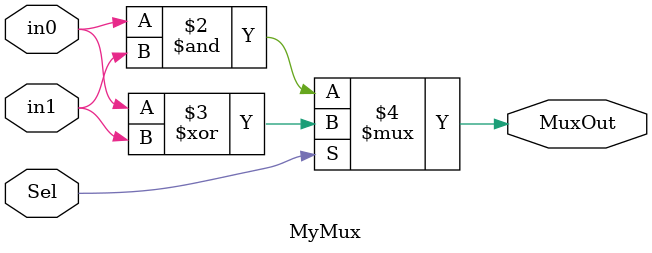
<source format=v>
module barbar_extra 
(
clk, nReset,Sel,MuxOut,Count
);
	input clk, nReset,Sel;
	output [2:0] Count;
	output MuxOut;
	//output reg MuxOut_reg; 
	//output reg Operand_1,Operand_2;


	Counter_3bit Mycounter(clk,nReset,Count);

	//always @(posedge clk)
	//begin
		//Operand_1 <= Count[0];
		//Operand_2 <= Count[2];
	//end


	MyMux Mux1(Count[0],Count[2],Sel,MuxOut); 

	//always @(posedge clk)
	//begin
		//MuxOut_reg <= MuxOut;
	//end
	
endmodule 

// Counter Module
module Counter_3bit(clk,nReset,Count);

	input clk,nReset;
	reg [2:0] counter;
	output [2:0] Count;

	always @(posedge clk or negedge nReset)
	begin
		if (nReset == 1'b0)
			counter <= 3'b0;
		else
			counter <= counter + 3'b1;
	end	

	assign Count = counter;

endmodule 

// Multiplexer Module
module MyMux(in0, in1,Sel, MuxOut);

	input in0, in1, Sel;
	output MuxOut;

	assign MuxOut = (Sel == 1'b0) ? in0 & in1 : in0 ^ in1;

endmodule 
</source>
